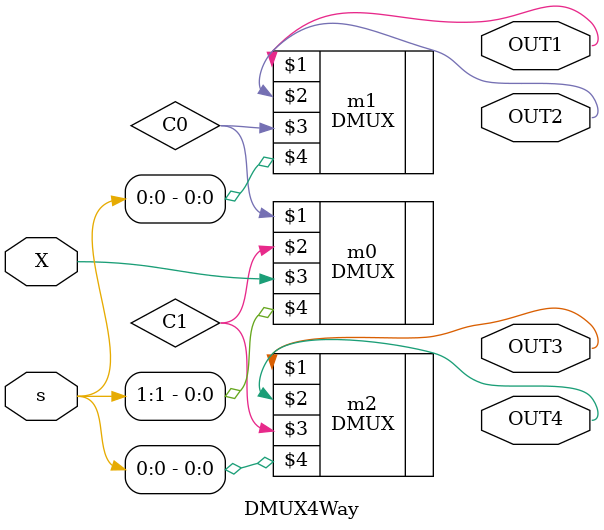
<source format=sv>
`include "DMUX.sv"

module DMUX4Way(
  output OUT1,
  output OUT2, 
  output OUT3, 
  output OUT4,
  input X,
  input [1:0]s
);
   
  wire C0;
  wire C1;
  
  DMUX m0(C0, C1, X, s[1]);
  
  DMUX m1(OUT1, OUT2, C0, s[0]);
  DMUX m2(OUT3, OUT4, C1, s[0]);

endmodule
</source>
